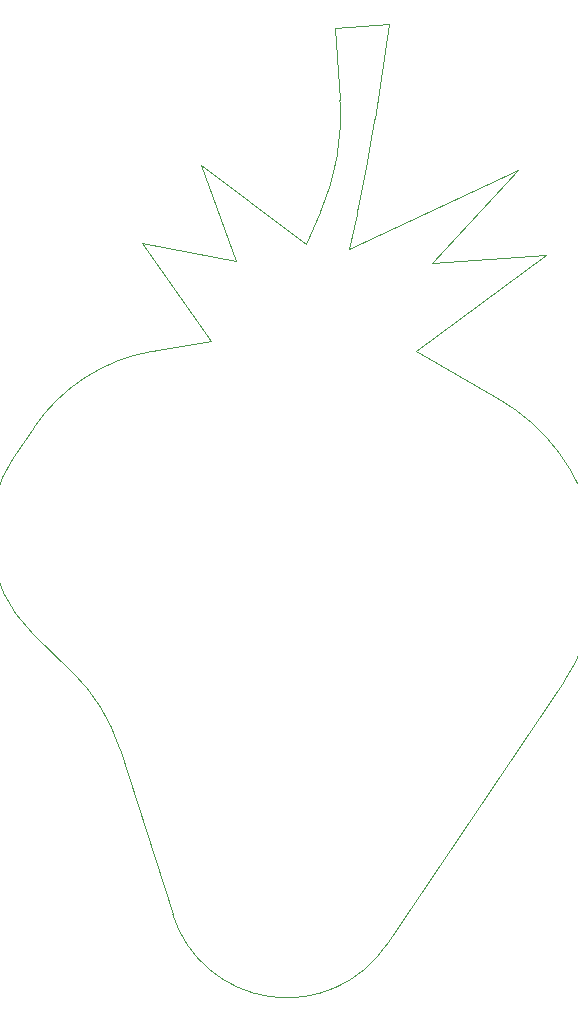
<source format=gbr>
G04 #@! TF.FileFunction,Profile,NP*
%FSLAX46Y46*%
G04 Gerber Fmt 4.6, Leading zero omitted, Abs format (unit mm)*
G04 Created by KiCad (PCBNEW 4.0.4-snap1-stable) date Mon Feb 25 19:09:27 2019*
%MOMM*%
%LPD*%
G01*
G04 APERTURE LIST*
%ADD10C,0.100000*%
G04 APERTURE END LIST*
D10*
X132201686Y-111911509D02*
G75*
G02X136219475Y-118405561I-10983643J-11285349D01*
G01*
X128806980Y-108607559D02*
X132201686Y-111911510D01*
X128806980Y-108607558D02*
G75*
G02X127304754Y-93649218I8149154J8373000D01*
G01*
X128980293Y-91193571D02*
X127304754Y-93649218D01*
X128980293Y-91193571D02*
G75*
G02X138941306Y-84771398I12588758J-8589574D01*
G01*
X143945222Y-83895483D02*
X138941306Y-84771398D01*
X138107697Y-75579902D02*
X143945222Y-83895483D01*
X146089524Y-77114443D02*
X138107697Y-75579902D01*
X143068321Y-69024150D02*
X146089524Y-77114443D01*
X152022104Y-75712405D02*
X143068321Y-69024150D01*
X153208938Y-73007287D02*
X152022104Y-75712405D01*
X154873728Y-63456909D02*
G75*
G02X153208938Y-73007287I-20272647J-1386430D01*
G01*
X154457798Y-57375115D02*
X154873728Y-63456909D01*
X159057120Y-57075288D02*
X154457798Y-57375115D01*
X157819328Y-65108485D02*
X159057120Y-57075288D01*
X157819328Y-65108484D02*
G75*
G02X156323005Y-73136065I-128531153J19804672D01*
G01*
X155677753Y-76081189D02*
X156323005Y-73136065D01*
X169962780Y-69452652D02*
X155677753Y-76081189D01*
X162691581Y-77258796D02*
X169962780Y-69452652D01*
X172322115Y-76615422D02*
X162691581Y-77258796D01*
X161275832Y-84746123D02*
X172322115Y-76615422D01*
X168318091Y-88804567D02*
X161275832Y-84746123D01*
X168318091Y-88804567D02*
G75*
G02X173850289Y-112696486I-8370541J-14524660D01*
G01*
X158805902Y-135025127D02*
X173850289Y-112696486D01*
X158805902Y-135025127D02*
G75*
G02X140701656Y-132439159I-8425902J5677127D01*
G01*
X136219475Y-118405561D02*
X140701656Y-132439159D01*
M02*

</source>
